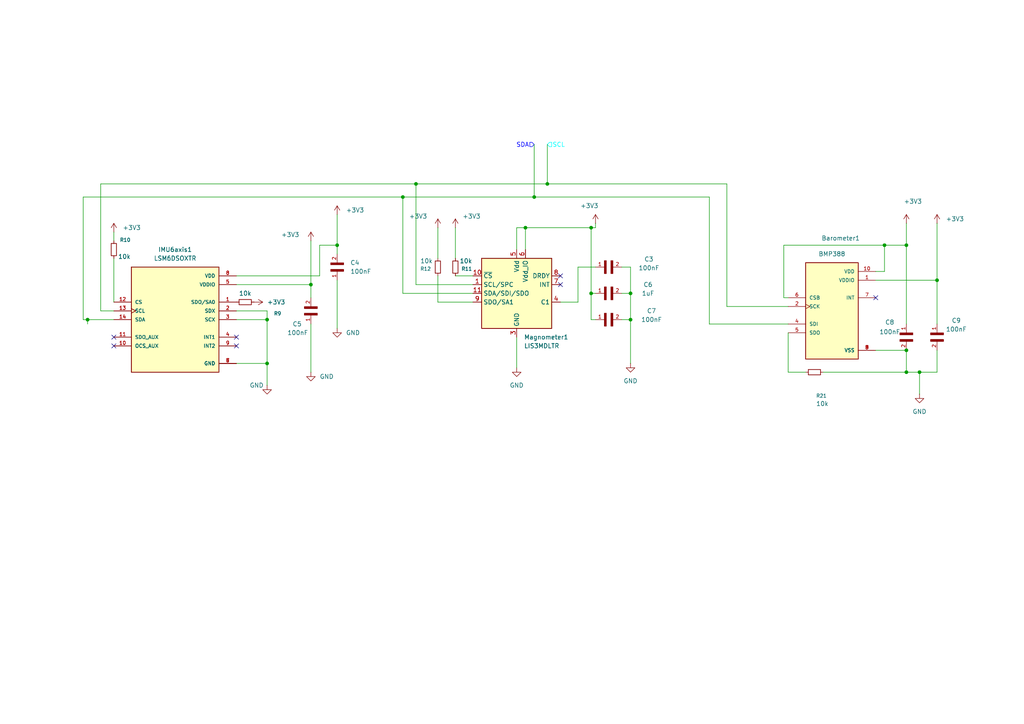
<source format=kicad_sch>
(kicad_sch (version 20250114) (generator "eeschema") (generator_version "9.0")
  (paper "A4")
  (lib_symbols
    (symbol "BMP388:BMP388" (pin_names (offset 1.016))
      (property "Reference" "U" (at -7.6281 15.2562 0))
      (property "Value" "BMP388" (at -7.6268 -15.2536 0))
      (symbol "BMP388_0_0"
        (rectangle (start -7.62 -12.7) (end 7.62 15.24) (stroke (width 0.254)) (fill (type background)))
        (pin input line (at -12.7 5.08 0) (length 5.08) (name "CSB") (number "6"))
        (pin input clock (at -12.7 2.54 0) (length 5.08) (name "SCK") (number "2"))
        (pin bidirectional line (at -12.7 -2.54 0) (length 5.08) (name "SDI") (number "4"))
        (pin bidirectional line (at -12.7 -5.08 0) (length 5.08) (name "SDO") (number "5"))
        (pin power_in line (at 12.7 12.7 180) (length 5.08) (name "VDD") (number "10"))
        (pin power_in line (at 12.7 10.16 180) (length 5.08) (name "VDDIO") (number "1"))
        (pin output line (at 12.7 5.08 180) (length 5.08) (name "INT") (number "7"))
        (pin power_in line (at 12.7 -10.16 180) (length 5.08) (name "VSS") (number "3"))
        (pin power_in line (at 12.7 -10.16 180) (length 5.08) (name "VSS") (number "8"))
        (pin power_in line (at 12.7 -10.16 180) (length 5.08) (name "VSS") (number "9"))
      )
    )
    (symbol "Device:R_Small" (pin_numbers (hide yes)) (pin_names (offset 0.254) (hide yes))
      (property "Reference" "R" (at 0 0 90))
      (property "Value" "R_Small" (at 1.778 0 90))
      (symbol "R_Small_0_1"
        (rectangle (start -0.762 1.778) (end 0.762 -1.778) (stroke (width 0.2032)))
      )
      (symbol "R_Small_1_1"
        (pin passive line (at 0 2.54 270) (length 0.762) (name "~") (number "1"))
        (pin passive line (at 0 -2.54 90) (length 0.762) (name "~") (number "2"))
      )
    )
    (symbol "LSM6DSOX:LSM6DSOX" (pin_names (offset 1.016))
      (property "Reference" "U" (at -12.7 16.002 0))
      (property "Value" "LSM6DSOX" (at -12.7 -17.78 0))
      (symbol "LSM6DSOX_0_0"
        (rectangle (start -12.7 -15.24) (end 12.7 15.24) (stroke (width 0.254)) (fill (type background)))
        (pin input line (at -17.78 5.08 0) (length 5.08) (name "CS") (number "12"))
        (pin input clock (at -17.78 2.54 0) (length 5.08) (name "SCL") (number "13"))
        (pin bidirectional line (at -17.78 0 0) (length 5.08) (name "SDA") (number "14"))
        (pin bidirectional line (at -17.78 -5.08 0) (length 5.08) (name "SDO_AUX") (number "11"))
        (pin bidirectional line (at -17.78 -7.62 0) (length 5.08) (name "OCS_AUX") (number "10"))
        (pin power_in line (at 17.78 12.7 180) (length 5.08) (name "VDD") (number "8"))
        (pin power_in line (at 17.78 10.16 180) (length 5.08) (name "VDDIO") (number "5"))
        (pin bidirectional line (at 17.78 5.08 180) (length 5.08) (name "SDO/SA0") (number "1"))
        (pin bidirectional line (at 17.78 2.54 180) (length 5.08) (name "SDX") (number "2"))
        (pin bidirectional line (at 17.78 0 180) (length 5.08) (name "SCX") (number "3"))
        (pin output line (at 17.78 -5.08 180) (length 5.08) (name "INT1") (number "4"))
        (pin output line (at 17.78 -7.62 180) (length 5.08) (name "INT2") (number "9"))
        (pin power_in line (at 17.78 -12.7 180) (length 5.08) (name "GND") (number "6"))
        (pin power_in line (at 17.78 -12.7 180) (length 5.08) (name "GND") (number "7"))
      )
    )
    (symbol "MCASE168SB7105MTNA01:MCASE168SB7105MTNA01" (pin_names (offset 1.016))
      (property "Reference" "C" (at -2.54 2.54 0))
      (property "Value" "MCASE168SB7105MTNA01" (at -2.54 -5.08 0))
      (symbol "MCASE168SB7105MTNA01_0_0"
        (rectangle (start 0 -1.9069) (end 0.635 1.905) (stroke (width 0.1)) (fill (type outline)))
        (rectangle (start 1.9069 -1.9069) (end 2.54 1.905) (stroke (width 0.1)) (fill (type outline)))
        (pin passive line (at -2.54 0 0) (length 2.54) (name "~") (number "1"))
        (pin passive line (at 5.08 0 180) (length 2.54) (name "~") (number "2"))
      )
    )
    (symbol "Sensor_Magnetic:LIS3MDL"
      (property "Reference" "U" (at -8.89 11.43 0))
      (property "Value" "LIS3MDL" (at 7.62 11.43 0))
      (symbol "LIS3MDL_0_1"
        (rectangle (start -10.16 10.16) (end 10.16 -10.16) (stroke (width 0.254)) (fill (type background)))
      )
      (symbol "LIS3MDL_1_1"
        (pin input line (at -12.7 5.08 0) (length 2.54) (name "~{CS}") (number "10"))
        (pin input line (at -12.7 2.54 0) (length 2.54) (name "SCL/SPC") (number "1"))
        (pin bidirectional line (at -12.7 0 0) (length 2.54) (name "SDA/SDI/SDO") (number "11"))
        (pin bidirectional line (at -12.7 -2.54 0) (length 2.54) (name "SDO/SA1") (number "9"))
        (pin power_in line (at 0 12.7 270) (length 2.54) (name "Vdd") (number "5"))
        (pin passive line (at 0 -12.7 90) (length 2.54) (hide yes) (name "GND") (number "12"))
        (pin passive line (at 0 -12.7 90) (length 2.54) (hide yes) (name "GND") (number "2"))
        (pin power_in line (at 0 -12.7 90) (length 2.54) (name "GND") (number "3"))
        (pin power_in line (at 2.54 12.7 270) (length 2.54) (name "Vdd_IO") (number "6"))
        (pin output line (at 12.7 5.08 180) (length 2.54) (name "DRDY") (number "8"))
        (pin output line (at 12.7 2.54 180) (length 2.54) (name "INT") (number "7"))
        (pin power_out line (at 12.7 -2.54 180) (length 2.54) (name "C1") (number "4"))
      )
    )
    (symbol "power:+3V3" (power) (pin_numbers (hide yes)) (pin_names (offset 0) (hide yes))
      (property "Value" "+3V3" (at 0 3.556 0))
      (symbol "+3V3_0_1"
        (polyline (pts (xy -0.762 1.27) (xy 0 2.54)))
        (polyline (pts (xy 0 2.54) (xy 0.762 1.27)))
        (polyline (pts (xy 0 0) (xy 0 2.54)))
      )
      (symbol "+3V3_1_1"
        (pin power_in line (at 0 0 90) (length 0) (name "~") (number "1"))
      )
    )
    (symbol "power:GND" (power) (pin_numbers (hide yes)) (pin_names (offset 0) (hide yes))
      (property "Value" "GND" (at 0 -3.81 0))
      (symbol "GND_0_1"
        (polyline (pts (xy 0 0) (xy 0 -1.27) (xy 1.27 -1.27) (xy 0 -2.54) (xy -1.27 -1.27) (xy 0 -1.27)))
      )
      (symbol "GND_1_1"
        (pin power_in line (at 0 0 270) (length 0) (name "~") (number "1"))
      )
    )
  )
  (junction (at 158.75 53.34))
  (junction (at 262.89 107.95))
  (junction (at 266.7 107.95))
  (junction (at 77.47 92.71))
  (junction (at 97.79 71.12))
  (junction (at 152.4 66.04))
  (junction (at 120.65 53.34))
  (junction (at 262.89 71.12))
  (junction (at 262.89 101.6))
  (junction (at 171.45 85.09))
  (junction (at 154.94 57.15))
  (junction (at 271.78 81.28))
  (junction (at 171.45 66.04))
  (junction (at 256.54 71.12))
  (junction (at 182.88 85.09))
  (junction (at 116.84 57.15))
  (junction (at 90.17 82.55))
  (junction (at 77.47 105.41))
  (junction (at 182.88 92.71))
  (junction (at 25.4 92.71))
  (no_connect (at 254 86.36))
  (no_connect (at 68.58 100.33))
  (no_connect (at 162.56 80.01))
  (no_connect (at 33.02 97.79))
  (no_connect (at 162.56 82.55))
  (no_connect (at 68.58 97.79))
  (no_connect (at 33.02 100.33))
  (wire (pts (xy 254 81.28) (xy 271.78 81.28)))
  (wire (pts (xy 171.45 66.04) (xy 172.72 66.04)))
  (wire (pts (xy 90.17 69.85) (xy 90.17 82.55)))
  (wire (pts (xy 33.02 74.93) (xy 33.02 87.63)))
  (wire (pts (xy 238.76 107.95) (xy 262.89 107.95)))
  (wire (pts (xy 120.65 82.55) (xy 137.16 82.55)))
  (wire (pts (xy 227.33 86.36) (xy 228.6 86.36)))
  (wire (pts (xy 262.89 71.12) (xy 256.54 71.12)))
  (wire (pts (xy 116.84 57.15) (xy 24.13 57.15)))
  (wire (pts (xy 77.47 90.17) (xy 68.58 90.17)))
  (wire (pts (xy 77.47 92.71) (xy 77.47 105.41)))
  (wire (pts (xy 152.4 66.04) (xy 152.4 72.39)))
  (wire (pts (xy 271.78 81.28) (xy 271.78 93.98)))
  (wire (pts (xy 228.6 96.52) (xy 228.6 107.95)))
  (wire (pts (xy 97.79 62.23) (xy 97.79 71.12)))
  (wire (pts (xy 25.4 92.71) (xy 33.02 92.71)))
  (wire (pts (xy 29.21 90.17) (xy 33.02 90.17)))
  (wire (pts (xy 182.88 92.71) (xy 182.88 105.41)))
  (wire (pts (xy 167.64 87.63) (xy 162.56 87.63)))
  (wire (pts (xy 154.94 41.91) (xy 154.94 57.15)))
  (wire (pts (xy 97.79 95.25) (xy 97.79 81.28)))
  (wire (pts (xy 132.08 80.01) (xy 137.16 80.01)))
  (wire (pts (xy 92.71 80.01) (xy 68.58 80.01)))
  (wire (pts (xy 116.84 57.15) (xy 116.84 85.09)))
  (wire (pts (xy 167.64 77.47) (xy 167.64 87.63)))
  (wire (pts (xy 167.64 77.47) (xy 172.72 77.47)))
  (wire (pts (xy 205.74 93.98) (xy 228.6 93.98)))
  (wire (pts (xy 271.78 64.77) (xy 271.78 81.28)))
  (wire (pts (xy 92.71 71.12) (xy 97.79 71.12)))
  (wire (pts (xy 29.21 53.34) (xy 29.21 90.17)))
  (wire (pts (xy 33.02 67.31) (xy 33.02 69.85)))
  (wire (pts (xy 180.34 92.71) (xy 182.88 92.71)))
  (wire (pts (xy 180.34 77.47) (xy 182.88 77.47)))
  (wire (pts (xy 24.13 57.15) (xy 24.13 92.71)))
  (wire (pts (xy 90.17 82.55) (xy 68.58 82.55)))
  (wire (pts (xy 127 66.04) (xy 127 74.93)))
  (wire (pts (xy 158.75 41.91) (xy 158.75 53.34)))
  (wire (pts (xy 256.54 78.74) (xy 254 78.74)))
  (wire (pts (xy 171.45 85.09) (xy 171.45 92.71)))
  (wire (pts (xy 262.89 71.12) (xy 262.89 93.98)))
  (wire (pts (xy 158.75 53.34) (xy 210.82 53.34)))
  (wire (pts (xy 171.45 66.04) (xy 152.4 66.04)))
  (wire (pts (xy 149.86 106.68) (xy 149.86 97.79)))
  (wire (pts (xy 116.84 57.15) (xy 154.94 57.15)))
  (wire (pts (xy 149.86 66.04) (xy 149.86 72.39)))
  (wire (pts (xy 205.74 57.15) (xy 205.74 93.98)))
  (wire (pts (xy 227.33 71.12) (xy 227.33 86.36)))
  (wire (pts (xy 132.08 66.04) (xy 132.08 74.93)))
  (wire (pts (xy 68.58 92.71) (xy 77.47 92.71)))
  (wire (pts (xy 152.4 66.04) (xy 149.86 66.04)))
  (wire (pts (xy 266.7 114.3) (xy 266.7 107.95)))
  (wire (pts (xy 171.45 66.04) (xy 171.45 85.09)))
  (wire (pts (xy 68.58 105.41) (xy 77.47 105.41)))
  (wire (pts (xy 271.78 107.95) (xy 266.7 107.95)))
  (wire (pts (xy 210.82 88.9) (xy 228.6 88.9)))
  (wire (pts (xy 171.45 85.09) (xy 172.72 85.09)))
  (wire (pts (xy 182.88 85.09) (xy 182.88 92.71)))
  (wire (pts (xy 120.65 53.34) (xy 120.65 82.55)))
  (wire (pts (xy 154.94 57.15) (xy 205.74 57.15)))
  (wire (pts (xy 77.47 90.17) (xy 77.47 92.71)))
  (wire (pts (xy 90.17 86.36) (xy 90.17 82.55)))
  (wire (pts (xy 271.78 101.6) (xy 271.78 107.95)))
  (wire (pts (xy 262.89 101.6) (xy 262.89 107.95)))
  (wire (pts (xy 127 87.63) (xy 137.16 87.63)))
  (wire (pts (xy 182.88 77.47) (xy 182.88 85.09)))
  (wire (pts (xy 262.89 64.77) (xy 262.89 71.12)))
  (wire (pts (xy 171.45 92.71) (xy 172.72 92.71)))
  (wire (pts (xy 228.6 107.95) (xy 233.68 107.95)))
  (wire (pts (xy 24.13 92.71) (xy 25.4 92.71)))
  (wire (pts (xy 127 80.01) (xy 127 87.63)))
  (wire (pts (xy 210.82 53.34) (xy 210.82 88.9)))
  (wire (pts (xy 172.72 64.77) (xy 172.72 66.04)))
  (wire (pts (xy 266.7 107.95) (xy 262.89 107.95)))
  (wire (pts (xy 77.47 111.76) (xy 77.47 105.41)))
  (wire (pts (xy 180.34 85.09) (xy 182.88 85.09)))
  (wire (pts (xy 254 101.6) (xy 262.89 101.6)))
  (wire (pts (xy 256.54 71.12) (xy 227.33 71.12)))
  (wire (pts (xy 97.79 73.66) (xy 97.79 71.12)))
  (wire (pts (xy 116.84 85.09) (xy 137.16 85.09)))
  (wire (pts (xy 25.4 93.98) (xy 25.4 92.71)))
  (wire (pts (xy 92.71 71.12) (xy 92.71 80.01)))
  (wire (pts (xy 90.17 107.95) (xy 90.17 93.98)))
  (wire (pts (xy 29.21 53.34) (xy 120.65 53.34)))
  (wire (pts (xy 120.65 53.34) (xy 158.75 53.34)))
  (wire (pts (xy 256.54 71.12) (xy 256.54 78.74)))
  (hierarchical_label "SDA" (shape input) (at 154.94 41.91 180))
  (hierarchical_label "SCL" (shape input) (at 158.75 41.91 0))
  (symbol (lib_id "power:GND") (at 90.17 107.95 0) (unit 1)
    (property "Reference" "#PWR048" (effects (hide yes)))
    (property "Value" "GND" (at 92.71 109.2199 0) (effects (justify left)))
    (property "Description" "Power symbol creates a global label with name \"GND\" , ground" (effects (hide yes)))
  )
  (symbol (lib_id "power:GND") (at 182.88 105.41 0) (unit 1)
    (property "Reference" "#PWR03" (effects (hide yes)))
    (property "Value" "GND" (at 182.88 110.49 0))
    (property "Description" "Power symbol creates a global label with name \"GND\" , ground" (effects (hide yes)))
  )
  (symbol (lib_id "power:GND") (at 97.79 95.25 0) (unit 1)
    (property "Reference" "#PWR022" (effects (hide yes)))
    (property "Value" "GND" (at 100.33 96.5199 0) (effects (justify left)))
    (property "Description" "Power symbol creates a global label with name \"GND\" , ground" (effects (hide yes)))
  )
  (symbol (lib_id "MCASE168SB7105MTNA01:MCASE168SB7105MTNA01") (at 90.17 91.44 90) (unit 1)
    (property "Reference" "C5" (at 84.836 93.98 90) (effects (justify right)))
    (property "Value" "100nF" (at 83.312 96.52 90) (effects (justify right)))
    (property "Footprint" "Capacitor:CAPC1608X90N" (effects (hide yes)))
    (property "MF" "Taiyo Yuden" (effects (hide yes)))
    (property "MAXIMUM_PACKAGE_HEIGHT" "0.9mm" (effects (hide yes)))
    (property "Package" "0603-2 TAIYO" (effects (hide yes)))
    (property "Price" "None" (effects (hide yes)))
    (property "Check_prices" "https://www.snapeda.com/parts/MCASE168SB7105MTNA01/Taiyo+Yuden/view-part/?ref=eda" (effects (hide yes)))
    (property "STANDARD" "IPC-7351B" (effects (hide yes)))
    (property "PARTREV" "NA" (effects (hide yes)))
    (property "SnapEDA_Link" "https://www.snapeda.com/parts/MCASE168SB7105MTNA01/Taiyo+Yuden/view-part/?ref=snap" (effects (hide yes)))
    (property "MP" "MCASE168SB7105MTNA01" (effects (hide yes)))
    (property "Description_1" "1uF 16V 20% Multilayer Ceramic Capacitor X7R 0603 (1608 Metric)" (effects (hide yes)))
    (property "Availability" "In Stock" (effects (hide yes)))
    (property "MANUFACTURER" "Taiyo Yuden" (effects (hide yes)))
  )
  (symbol (lib_id "Device:R_Small") (at 236.22 107.95 270) (unit 1)
    (property "Reference" "R21" (at 238.252 114.808 90) (effects (font (size 1.016 1.016))))
    (property "Value" "10k" (at 238.506 117.094 90))
    (property "Footprint" "Resistor:R0402" (effects (hide yes)))
    (property "Description" "Resistor, small symbol" (effects (hide yes)))
  )
  (symbol (lib_id "power:GND") (at 77.47 111.76 0) (unit 1)
    (property "Reference" "#PWR01" (effects (hide yes)))
    (property "Value" "GND" (at 72.39 111.76 0) (effects (justify left)))
    (property "Description" "Power symbol creates a global label with name \"GND\" , ground" (effects (hide yes)))
  )
  (symbol (lib_id "Device:R_Small") (at 33.02 72.39 180) (unit 1)
    (property "Reference" "R10" (at 36.322 69.596 0) (effects (font (size 1.016 1.016))))
    (property "Value" "10k" (at 36.068 74.422 0))
    (property "Footprint" "Resistor:R0402" (effects (hide yes)))
    (property "Description" "Resistor, small symbol" (effects (hide yes)))
  )
  (symbol (lib_id "power:+3V3") (at 262.89 64.77 0) (unit 1)
    (property "Reference" "#PWR08" (effects (hide yes)))
    (property "Value" "+3V3" (at 262.128 58.42 0) (effects (justify left)))
    (property "Description" "Power symbol creates a global label with name \"+3V3\"" (effects (hide yes)))
  )
  (symbol (lib_id "Device:R_Small") (at 132.08 77.47 180) (unit 1)
    (property "Reference" "R11" (at 135.382 77.978 0) (effects (font (size 1.016 1.016))))
    (property "Value" "10k" (at 135.128 75.692 0))
    (property "Footprint" "Resistor:R0402" (effects (hide yes)))
    (property "Description" "Resistor, small symbol" (effects (hide yes)))
  )
  (symbol (lib_id "power:+3V3") (at 33.02 67.31 0) (unit 1)
    (property "Reference" "#PWR039" (effects (hide yes)))
    (property "Value" "+3V3" (at 35.56 66.0399 0) (effects (justify left)))
    (property "Description" "Power symbol creates a global label with name \"+3V3\"" (effects (hide yes)))
  )
  (symbol (lib_id "MCASE168SB7105MTNA01:MCASE168SB7105MTNA01") (at 97.79 78.74 90) (unit 1)
    (property "Reference" "C4" (at 101.6 76.1999 90) (effects (justify right)))
    (property "Value" "100nF" (at 101.6 78.7399 90) (effects (justify right)))
    (property "Footprint" "Capacitor:CAPC1608X90N" (effects (hide yes)))
    (property "MF" "Taiyo Yuden" (effects (hide yes)))
    (property "MAXIMUM_PACKAGE_HEIGHT" "0.9mm" (effects (hide yes)))
    (property "Package" "0603-2 TAIYO" (effects (hide yes)))
    (property "Price" "None" (effects (hide yes)))
    (property "Check_prices" "https://www.snapeda.com/parts/MCASE168SB7105MTNA01/Taiyo+Yuden/view-part/?ref=eda" (effects (hide yes)))
    (property "STANDARD" "IPC-7351B" (effects (hide yes)))
    (property "PARTREV" "NA" (effects (hide yes)))
    (property "SnapEDA_Link" "https://www.snapeda.com/parts/MCASE168SB7105MTNA01/Taiyo+Yuden/view-part/?ref=snap" (effects (hide yes)))
    (property "MP" "MCASE168SB7105MTNA01" (effects (hide yes)))
    (property "Description_1" "1uF 16V 20% Multilayer Ceramic Capacitor X7R 0603 (1608 Metric)" (effects (hide yes)))
    (property "Availability" "In Stock" (effects (hide yes)))
    (property "MANUFACTURER" "Taiyo Yuden" (effects (hide yes)))
  )
  (symbol (lib_id "Device:R_Small") (at 127 77.47 180) (unit 1)
    (property "Reference" "R12" (at 123.444 77.978 0) (effects (font (size 1.016 1.016))))
    (property "Value" "10k" (at 123.698 75.692 0))
    (property "Footprint" "Resistor:R0402" (effects (hide yes)))
    (property "Description" "Resistor, small symbol" (effects (hide yes)))
  )
  (symbol (lib_id "power:+3V3") (at 97.79 62.23 0) (unit 1)
    (property "Reference" "#PWR06" (effects (hide yes)))
    (property "Value" "+3V3" (at 100.33 60.9599 0) (effects (justify left)))
    (property "Description" "Power symbol creates a global label with name \"+3V3\"" (effects (hide yes)))
  )
  (symbol (lib_id "power:+3V3") (at 132.08 66.04 0) (unit 1)
    (property "Reference" "#PWR041" (effects (hide yes)))
    (property "Value" "+3V3" (at 134.112 62.738 0) (effects (justify left)))
    (property "Description" "Power symbol creates a global label with name \"+3V3\"" (effects (hide yes)))
  )
  (symbol (lib_id "power:+3V3") (at 73.66 87.63 270) (unit 1)
    (property "Reference" "#PWR040" (effects (hide yes)))
    (property "Value" "+3V3" (at 77.47 87.6299 90) (effects (justify left)))
    (property "Description" "Power symbol creates a global label with name \"+3V3\"" (effects (hide yes)))
  )
  (symbol (lib_id "power:+3V3") (at 90.17 69.85 0) (unit 1)
    (property "Reference" "#PWR038" (effects (hide yes)))
    (property "Value" "+3V3" (at 81.534 68.072 0) (effects (justify left)))
    (property "Description" "Power symbol creates a global label with name \"+3V3\"" (effects (hide yes)))
  )
  (symbol (lib_id "Device:R_Small") (at 71.12 87.63 90) (unit 1)
    (property "Reference" "R9" (at 80.518 90.932 90) (effects (font (size 1.016 1.016))))
    (property "Value" "10k" (at 71.12 85.09 90))
    (property "Footprint" "Resistor:R0402" (effects (hide yes)))
    (property "Description" "Resistor, small symbol" (effects (hide yes)))
  )
  (symbol (lib_id "Sensor_Magnetic:LIS3MDL") (at 149.86 85.09 0) (unit 1)
    (property "Reference" "Magnometer1" (at 152.0033 97.79 0) (effects (justify left)))
    (property "Value" "LIS3MDLTR" (at 152.0033 100.33 0) (effects (justify left)))
    (property "Footprint" "Package_LGA:LGA-12_2x2mm_P0.5mm" (effects (hide yes)))
    (property "Datasheet" "https://www.st.com/resource/en/datasheet/lis3mdl.pdf" (effects (hide yes)))
    (property "Description" "Ultra-low-power, 3-axis digital output magnetometer, LGA-12" (effects (hide yes)))
  )
  (symbol (lib_id "LSM6DSOX:LSM6DSOX") (at 50.8 92.71 0) (unit 1)
    (property "Reference" "IMU6axis1" (at 50.8 72.39 0))
    (property "Value" "LSM6DSOXTR" (at 50.8 74.93 0))
    (property "Footprint" "LSM6DSOX:PQFN50P250X300X86-14N" (effects (hide yes)))
    (property "MF" "STMicroelectronics" (effects (hide yes)))
    (property "Description_1" "3D Accelerometer and 3D Gyroscope Sensor Digital Output 1.8V 14-Pin LGA T/R" (effects (hide yes)))
    (property "Package" "VFLGA-14 STMicroelectronics" (effects (hide yes)))
    (property "Price" "None" (effects (hide yes)))
    (property "Check_prices" "https://www.snapeda.com/parts/LSM6DSOX/STMicroelectronics/view-part/?ref=eda" (effects (hide yes)))
    (property "STANDARD" "IPC7351B" (effects (hide yes)))
    (property "PARTREV" "3.0" (effects (hide yes)))
    (property "SnapEDA_Link" "https://www.snapeda.com/parts/LSM6DSOX/STMicroelectronics/view-part/?ref=snap" (effects (hide yes)))
    (property "MP" "LSM6DSOX" (effects (hide yes)))
    (property "Availability" "In Stock" (effects (hide yes)))
    (property "MANUFACTURER" "ST Microelectronics" (effects (hide yes)))
  )
  (symbol (lib_id "MCASE168SB7105MTNA01:MCASE168SB7105MTNA01") (at 271.78 96.52 270) (unit 1)
    (property "Reference" "C9" (at 277.368 92.964 90))
    (property "Value" "100nF" (at 277.368 95.504 90))
    (property "Footprint" "Capacitor:CAPC1608X90N" (effects (hide yes)))
    (property "MF" "Taiyo Yuden" (effects (hide yes)))
    (property "MAXIMUM_PACKAGE_HEIGHT" "0.9mm" (effects (hide yes)))
    (property "Package" "0603-2 TAIYO" (effects (hide yes)))
    (property "Price" "None" (effects (hide yes)))
    (property "Check_prices" "https://www.snapeda.com/parts/MCASE168SB7105MTNA01/Taiyo+Yuden/view-part/?ref=eda" (effects (hide yes)))
    (property "STANDARD" "IPC-7351B" (effects (hide yes)))
    (property "PARTREV" "NA" (effects (hide yes)))
    (property "SnapEDA_Link" "https://www.snapeda.com/parts/MCASE168SB7105MTNA01/Taiyo+Yuden/view-part/?ref=snap" (effects (hide yes)))
    (property "MP" "MCASE168SB7105MTNA01" (effects (hide yes)))
    (property "Description_1" "1uF 16V 20% Multilayer Ceramic Capacitor X7R 0603 (1608 Metric)" (effects (hide yes)))
    (property "Availability" "In Stock" (effects (hide yes)))
    (property "MANUFACTURER" "Taiyo Yuden" (effects (hide yes)))
  )
  (symbol (lib_id "MCASE168SB7105MTNA01:MCASE168SB7105MTNA01") (at 175.26 85.09 0) (unit 1)
    (property "Reference" "C6" (at 187.96 82.55 0))
    (property "Value" "1uF" (at 187.96 85.09 0))
    (property "Footprint" "Capacitor_SMD:C_0402_1005Metric" (effects (hide yes)))
    (property "MF" "Taiyo Yuden" (effects (hide yes)))
    (property "MAXIMUM_PACKAGE_HEIGHT" "0.9mm" (effects (hide yes)))
    (property "Package" "0603-2 TAIYO" (effects (hide yes)))
    (property "Price" "None" (effects (hide yes)))
    (property "Check_prices" "https://www.snapeda.com/parts/MCASE168SB7105MTNA01/Taiyo+Yuden/view-part/?ref=eda" (effects (hide yes)))
    (property "STANDARD" "IPC-7351B" (effects (hide yes)))
    (property "PARTREV" "NA" (effects (hide yes)))
    (property "SnapEDA_Link" "https://www.snapeda.com/parts/MCASE168SB7105MTNA01/Taiyo+Yuden/view-part/?ref=snap" (effects (hide yes)))
    (property "MP" "MCASE168SB7105MTNA01" (effects (hide yes)))
    (property "Description_1" "1uF 16V 20% Multilayer Ceramic Capacitor X7R 0603 (1608 Metric)" (effects (hide yes)))
    (property "Availability" "In Stock" (effects (hide yes)))
    (property "MANUFACTURER" "Taiyo Yuden" (effects (hide yes)))
  )
  (symbol (lib_id "power:+3V3") (at 172.72 64.77 0) (unit 1)
    (property "Reference" "#PWR07" (effects (hide yes)))
    (property "Value" "+3V3" (at 170.942 59.69 0))
    (property "Description" "Power symbol creates a global label with name \"+3V3\"" (effects (hide yes)))
  )
  (symbol (lib_id "power:+3V3") (at 271.78 64.77 0) (unit 1)
    (property "Reference" "#PWR047" (effects (hide yes)))
    (property "Value" "+3V3" (at 274.32 63.4999 0) (effects (justify left)))
    (property "Description" "Power symbol creates a global label with name \"+3V3\"" (effects (hide yes)))
  )
  (symbol (lib_id "MCASE168SB7105MTNA01:MCASE168SB7105MTNA01") (at 175.26 77.47 0) (unit 1)
    (property "Reference" "C3" (at 188.214 75.184 0))
    (property "Value" "100nF" (at 188.214 77.724 0))
    (property "Footprint" "Capacitor:CAPC1608X90N" (effects (hide yes)))
    (property "MF" "Taiyo Yuden" (effects (hide yes)))
    (property "MAXIMUM_PACKAGE_HEIGHT" "0.9mm" (effects (hide yes)))
    (property "Package" "0603-2 TAIYO" (effects (hide yes)))
    (property "Price" "None" (effects (hide yes)))
    (property "Check_prices" "https://www.snapeda.com/parts/MCASE168SB7105MTNA01/Taiyo+Yuden/view-part/?ref=eda" (effects (hide yes)))
    (property "STANDARD" "IPC-7351B" (effects (hide yes)))
    (property "PARTREV" "NA" (effects (hide yes)))
    (property "SnapEDA_Link" "https://www.snapeda.com/parts/MCASE168SB7105MTNA01/Taiyo+Yuden/view-part/?ref=snap" (effects (hide yes)))
    (property "MP" "MCASE168SB7105MTNA01" (effects (hide yes)))
    (property "Description_1" "1uF 16V 20% Multilayer Ceramic Capacitor X7R 0603 (1608 Metric)" (effects (hide yes)))
    (property "Availability" "In Stock" (effects (hide yes)))
    (property "MANUFACTURER" "Taiyo Yuden" (effects (hide yes)))
  )
  (symbol (lib_id "power:GND") (at 149.86 106.68 0) (unit 1)
    (property "Reference" "#PWR061" (effects (hide yes)))
    (property "Value" "GND" (at 149.86 111.76 0))
    (property "Description" "Power symbol creates a global label with name \"GND\" , ground" (effects (hide yes)))
  )
  (symbol (lib_id "MCASE168SB7105MTNA01:MCASE168SB7105MTNA01") (at 262.89 96.52 270) (unit 1)
    (property "Reference" "C8" (at 258.064 93.472 90))
    (property "Value" "100nF" (at 258.064 96.266 90))
    (property "Footprint" "Capacitor:CAPC1608X90N" (effects (hide yes)))
    (property "MF" "Taiyo Yuden" (effects (hide yes)))
    (property "MAXIMUM_PACKAGE_HEIGHT" "0.9mm" (effects (hide yes)))
    (property "Package" "0603-2 TAIYO" (effects (hide yes)))
    (property "Price" "None" (effects (hide yes)))
    (property "Check_prices" "https://www.snapeda.com/parts/MCASE168SB7105MTNA01/Taiyo+Yuden/view-part/?ref=eda" (effects (hide yes)))
    (property "STANDARD" "IPC-7351B" (effects (hide yes)))
    (property "PARTREV" "NA" (effects (hide yes)))
    (property "SnapEDA_Link" "https://www.snapeda.com/parts/MCASE168SB7105MTNA01/Taiyo+Yuden/view-part/?ref=snap" (effects (hide yes)))
    (property "MP" "MCASE168SB7105MTNA01" (effects (hide yes)))
    (property "Description_1" "1uF 16V 20% Multilayer Ceramic Capacitor X7R 0603 (1608 Metric)" (effects (hide yes)))
    (property "Availability" "In Stock" (effects (hide yes)))
    (property "MANUFACTURER" "Taiyo Yuden" (effects (hide yes)))
  )
  (symbol (lib_id "power:+3V3") (at 127 66.04 0) (unit 1)
    (property "Reference" "#PWR042" (effects (hide yes)))
    (property "Value" "+3V3" (at 118.618 62.738 0) (effects (justify left)))
    (property "Description" "Power symbol creates a global label with name \"+3V3\"" (effects (hide yes)))
  )
  (symbol (lib_id "power:GND") (at 266.7 114.3 0) (unit 1)
    (property "Reference" "#PWR04" (effects (hide yes)))
    (property "Value" "GND" (at 266.7 119.38 0))
    (property "Description" "Power symbol creates a global label with name \"GND\" , ground" (effects (hide yes)))
  )
  (symbol (lib_id "BMP388:BMP388") (at 241.3 91.44 0) (unit 1)
    (property "Reference" "Barometer1" (at 243.84 69.088 0))
    (property "Value" "BMP388" (at 241.3 73.66 0))
    (property "Footprint" "BMP388:PQFN50P200X200X80-10N" (effects (hide yes)))
    (property "MF" "Bosch Sensortec" (effects (hide yes)))
    (property "Description_1" "Pressure Sensor 4.35PSI ~ 18.13PSI (30kPa ~ 125kPa) Absolute - - 10-WFLGA" (effects (hide yes)))
    (property "Package" "WFLGA-10 Bosch Tools" (effects (hide yes)))
    (property "Price" "None" (effects (hide yes)))
    (property "Check_prices" "https://www.snapeda.com/parts/BMP388/Bosch/view-part/?ref=eda" (effects (hide yes)))
    (property "STANDARD" "IPC 7351B" (effects (hide yes)))
    (property "PARTREV" "1.1" (effects (hide yes)))
    (property "SnapEDA_Link" "https://www.snapeda.com/parts/BMP388/Bosch/view-part/?ref=snap" (effects (hide yes)))
    (property "MP" "BMP388" (effects (hide yes)))
    (property "Availability" "In Stock" (effects (hide yes)))
    (property "MANUFACTURER" "BOSCH" (effects (hide yes)))
  )
  (symbol (lib_id "MCASE168SB7105MTNA01:MCASE168SB7105MTNA01") (at 175.26 92.71 0) (unit 1)
    (property "Reference" "C7" (at 188.976 90.17 0))
    (property "Value" "100nF" (at 188.976 92.71 0))
    (property "Footprint" "Capacitor:CAPC1608X90N" (effects (hide yes)))
    (property "MF" "Taiyo Yuden" (effects (hide yes)))
    (property "MAXIMUM_PACKAGE_HEIGHT" "0.9mm" (effects (hide yes)))
    (property "Package" "0603-2 TAIYO" (effects (hide yes)))
    (property "Price" "None" (effects (hide yes)))
    (property "Check_prices" "https://www.snapeda.com/parts/MCASE168SB7105MTNA01/Taiyo+Yuden/view-part/?ref=eda" (effects (hide yes)))
    (property "STANDARD" "IPC-7351B" (effects (hide yes)))
    (property "PARTREV" "NA" (effects (hide yes)))
    (property "SnapEDA_Link" "https://www.snapeda.com/parts/MCASE168SB7105MTNA01/Taiyo+Yuden/view-part/?ref=snap" (effects (hide yes)))
    (property "MP" "MCASE168SB7105MTNA01" (effects (hide yes)))
    (property "Description_1" "1uF 16V 20% Multilayer Ceramic Capacitor X7R 0603 (1608 Metric)" (effects (hide yes)))
    (property "Availability" "In Stock" (effects (hide yes)))
    (property "MANUFACTURER" "Taiyo Yuden" (effects (hide yes)))
  )
)
</source>
